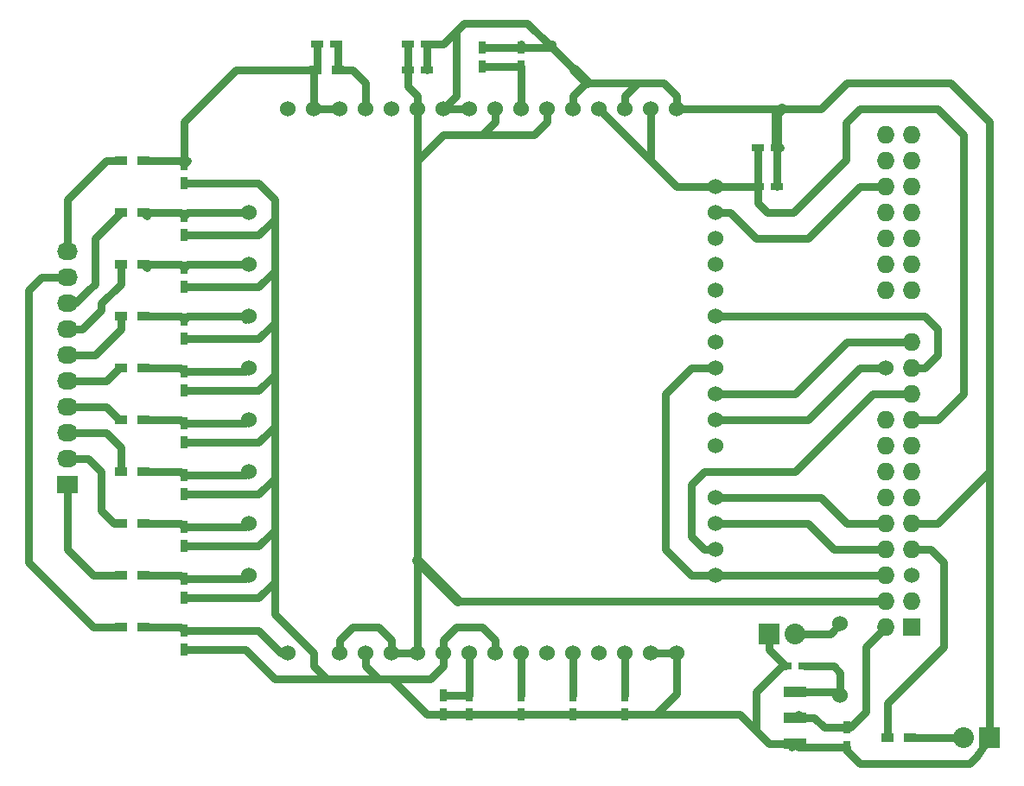
<source format=gbr>
G04 #@! TF.FileFunction,Copper,L1,Top,Signal*
%FSLAX46Y46*%
G04 Gerber Fmt 4.6, Leading zero omitted, Abs format (unit mm)*
G04 Created by KiCad (PCBNEW 4.0.1-stable) date Sun 10 Jan 2016 07:27:55 PM CET*
%MOMM*%
G01*
G04 APERTURE LIST*
%ADD10C,0.100000*%
%ADD11R,1.200000X0.900000*%
%ADD12C,1.524000*%
%ADD13R,1.727200X1.727200*%
%ADD14O,1.727200X1.727200*%
%ADD15R,0.750000X1.200000*%
%ADD16R,1.200000X0.750000*%
%ADD17R,2.032000X1.727200*%
%ADD18O,2.032000X1.727200*%
%ADD19R,2.032000X2.032000*%
%ADD20O,2.032000X2.032000*%
%ADD21R,2.160000X1.070000*%
%ADD22C,0.600000*%
%ADD23C,0.800000*%
%ADD24C,1.000000*%
G04 APERTURE END LIST*
D10*
D11*
X179410000Y-116205000D03*
X181610000Y-116205000D03*
D12*
X116840000Y-64770000D03*
X116840000Y-69850000D03*
X116840000Y-74930000D03*
X116840000Y-80010000D03*
X116840000Y-85090000D03*
X116840000Y-90170000D03*
X116840000Y-95250000D03*
X116840000Y-100330000D03*
X162560000Y-62230000D03*
X162560000Y-64770000D03*
X162560000Y-67310000D03*
X162560000Y-74930000D03*
X162560000Y-77470000D03*
X162560000Y-80010000D03*
X162560000Y-82550000D03*
X162560000Y-85090000D03*
X162560000Y-92710000D03*
X162560000Y-95250000D03*
X162560000Y-97790000D03*
X162560000Y-100330000D03*
X120650000Y-54610000D03*
X123190000Y-54610000D03*
X125730000Y-54610000D03*
X128270000Y-54610000D03*
X130810000Y-54610000D03*
X133350000Y-54610000D03*
X135890000Y-54610000D03*
X138430000Y-54610000D03*
X140970000Y-54610000D03*
X143510000Y-54610000D03*
X146050000Y-54610000D03*
X148590000Y-54610000D03*
X151130000Y-54610000D03*
X153670000Y-54610000D03*
X156210000Y-54610000D03*
X158750000Y-54610000D03*
X120650000Y-107950000D03*
X125730000Y-107950000D03*
X128270000Y-107950000D03*
X130810000Y-107950000D03*
X133350000Y-107950000D03*
X135890000Y-107950000D03*
X138430000Y-107950000D03*
X140970000Y-107950000D03*
X143510000Y-107950000D03*
X146050000Y-107950000D03*
X148590000Y-107950000D03*
X151130000Y-107950000D03*
X153670000Y-107950000D03*
X156210000Y-107950000D03*
X158750000Y-107950000D03*
X162560000Y-87630000D03*
X162560000Y-72390000D03*
X162560000Y-69850000D03*
D13*
X181780000Y-105410000D03*
D14*
X179240000Y-105410000D03*
X181780000Y-102870000D03*
X179240000Y-102870000D03*
X179240000Y-100330000D03*
X181780000Y-97790000D03*
X179240000Y-97790000D03*
X181780000Y-95250000D03*
X179240000Y-95250000D03*
X181780000Y-92710000D03*
X179240000Y-92710000D03*
X181780000Y-90170000D03*
X179240000Y-90170000D03*
X181780000Y-87630000D03*
X179240000Y-87630000D03*
X181780000Y-85090000D03*
X179240000Y-85090000D03*
X181780000Y-82550000D03*
X181780000Y-80010000D03*
X181780000Y-77470000D03*
X181780000Y-72390000D03*
X179240000Y-72390000D03*
X181780000Y-69850000D03*
X179240000Y-69850000D03*
X181780000Y-67310000D03*
X179240000Y-67310000D03*
X181780000Y-64770000D03*
X179240000Y-64770000D03*
X181780000Y-62230000D03*
X179240000Y-62230000D03*
X181780000Y-59690000D03*
X179240000Y-59690000D03*
X181780000Y-57150000D03*
X179240000Y-57150000D03*
D12*
X181780000Y-100330000D03*
X179240000Y-80010000D03*
D15*
X110490000Y-60010000D03*
X110490000Y-61910000D03*
X110490000Y-65090000D03*
X110490000Y-66990000D03*
X110490000Y-70170000D03*
X110490000Y-72070000D03*
X110490000Y-75250000D03*
X110490000Y-77150000D03*
X110490000Y-80330000D03*
X110490000Y-82230000D03*
X110490000Y-85410000D03*
X110490000Y-87310000D03*
X110490000Y-90490000D03*
X110490000Y-92390000D03*
X110490000Y-95570000D03*
X110490000Y-97470000D03*
X110490000Y-100650000D03*
X110490000Y-102550000D03*
X110490000Y-105730000D03*
X110490000Y-107630000D03*
X138430000Y-112080000D03*
X138430000Y-113980000D03*
X135890000Y-112080000D03*
X135890000Y-113980000D03*
X143510000Y-112080000D03*
X143510000Y-113980000D03*
X148590000Y-112080000D03*
X148590000Y-113980000D03*
X153670000Y-112080000D03*
X153670000Y-113980000D03*
D16*
X123510000Y-48260000D03*
X125410000Y-48260000D03*
D15*
X143510000Y-48580000D03*
X143510000Y-50480000D03*
X139700000Y-48580000D03*
X139700000Y-50480000D03*
D16*
X132400000Y-48260000D03*
X134300000Y-48260000D03*
X132400000Y-50800000D03*
X134300000Y-50800000D03*
X166690000Y-58420000D03*
X168590000Y-58420000D03*
X166690000Y-62230000D03*
X168590000Y-62230000D03*
D17*
X99060000Y-91440000D03*
D18*
X99060000Y-88900000D03*
X99060000Y-86360000D03*
X99060000Y-83820000D03*
X99060000Y-81280000D03*
X99060000Y-78740000D03*
X99060000Y-76200000D03*
X99060000Y-73660000D03*
X99060000Y-71120000D03*
X99060000Y-68580000D03*
D11*
X106510000Y-59690000D03*
X104310000Y-59690000D03*
X106510000Y-64770000D03*
X104310000Y-64770000D03*
X106510000Y-69850000D03*
X104310000Y-69850000D03*
X106510000Y-74930000D03*
X104310000Y-74930000D03*
X106510000Y-80010000D03*
X104310000Y-80010000D03*
X106510000Y-85090000D03*
X104310000Y-85090000D03*
X106510000Y-90170000D03*
X104310000Y-90170000D03*
X106510000Y-95250000D03*
X104310000Y-95250000D03*
X106510000Y-100330000D03*
X104310000Y-100330000D03*
X106510000Y-105410000D03*
X104310000Y-105410000D03*
X123360000Y-50800000D03*
X125560000Y-50800000D03*
D19*
X167810000Y-106045000D03*
D20*
X170350000Y-106045000D03*
D19*
X189400000Y-116205000D03*
D20*
X186860000Y-116205000D03*
D16*
X171300000Y-109220000D03*
X169400000Y-109220000D03*
D15*
X175430000Y-115255000D03*
X175430000Y-117155000D03*
D21*
X170350000Y-111760000D03*
X170350000Y-114300000D03*
X170350000Y-116840000D03*
D12*
X174795000Y-112085000D03*
X174795000Y-105085000D03*
D22*
X158750000Y-107950000D03*
X162560000Y-100330000D03*
D23*
X110490000Y-60010000D02*
X110490000Y-55880000D01*
X115570000Y-50800000D02*
X123360000Y-50800000D01*
X110490000Y-55880000D02*
X115570000Y-50800000D01*
X106510000Y-59690000D02*
X110170000Y-59690000D01*
X110170000Y-59690000D02*
X110490000Y-60010000D01*
X123190000Y-54610000D02*
X125730000Y-54610000D01*
X123510000Y-48260000D02*
X123510000Y-50650000D01*
X123510000Y-50650000D02*
X123360000Y-50800000D01*
X123190000Y-54610000D02*
X123190000Y-50970000D01*
X123190000Y-50970000D02*
X123360000Y-50800000D01*
X110810000Y-59690000D02*
X110490000Y-60010000D01*
X123360000Y-54440000D02*
X123190000Y-54610000D01*
X123360000Y-54440000D02*
X123190000Y-54610000D01*
X106510000Y-64770000D02*
X110170000Y-64770000D01*
X110170000Y-64770000D02*
X110490000Y-65090000D01*
X106830000Y-65090000D02*
X106510000Y-64770000D01*
X116840000Y-64770000D02*
X110810000Y-64770000D01*
X110810000Y-64770000D02*
X110490000Y-65090000D01*
X106510000Y-64770000D02*
X106680000Y-64770000D01*
X106510000Y-69850000D02*
X110170000Y-69850000D01*
X110170000Y-69850000D02*
X110490000Y-70170000D01*
X106830000Y-70170000D02*
X106510000Y-69850000D01*
X116840000Y-69850000D02*
X110810000Y-69850000D01*
X110810000Y-69850000D02*
X110490000Y-70170000D01*
X106510000Y-69850000D02*
X106680000Y-69850000D01*
X106510000Y-74930000D02*
X110170000Y-74930000D01*
X110170000Y-74930000D02*
X110490000Y-75250000D01*
X116840000Y-74930000D02*
X110810000Y-74930000D01*
X110810000Y-74930000D02*
X110490000Y-75250000D01*
X116520000Y-75250000D02*
X116840000Y-74930000D01*
X106510000Y-74930000D02*
X106680000Y-74930000D01*
X110490000Y-80330000D02*
X116520000Y-80330000D01*
X116520000Y-80330000D02*
X116840000Y-80010000D01*
X106510000Y-80010000D02*
X110170000Y-80010000D01*
X110170000Y-80010000D02*
X110490000Y-80330000D01*
X110490000Y-85410000D02*
X116520000Y-85410000D01*
X116520000Y-85410000D02*
X116840000Y-85090000D01*
X106510000Y-85090000D02*
X110170000Y-85090000D01*
X110170000Y-85090000D02*
X110490000Y-85410000D01*
X110490000Y-90490000D02*
X116520000Y-90490000D01*
X116520000Y-90490000D02*
X116840000Y-90170000D01*
X106510000Y-90170000D02*
X110170000Y-90170000D01*
X110170000Y-90170000D02*
X110490000Y-90490000D01*
X106510000Y-90170000D02*
X106680000Y-90170000D01*
X110490000Y-95570000D02*
X116520000Y-95570000D01*
X116520000Y-95570000D02*
X116840000Y-95250000D01*
X106510000Y-95250000D02*
X110170000Y-95250000D01*
X110170000Y-95250000D02*
X110490000Y-95570000D01*
X106510000Y-95250000D02*
X106680000Y-95250000D01*
X110490000Y-100650000D02*
X116520000Y-100650000D01*
X116520000Y-100650000D02*
X116840000Y-100330000D01*
X106510000Y-100330000D02*
X110170000Y-100330000D01*
X110170000Y-100330000D02*
X110490000Y-100650000D01*
X106510000Y-100330000D02*
X106680000Y-100330000D01*
X110490000Y-105730000D02*
X117790000Y-105730000D01*
X117790000Y-105730000D02*
X120010000Y-107950000D01*
X120010000Y-107950000D02*
X120650000Y-107950000D01*
X106510000Y-105410000D02*
X110170000Y-105410000D01*
X110170000Y-105410000D02*
X110490000Y-105730000D01*
X106510000Y-105410000D02*
X106680000Y-105410000D01*
X153670000Y-112080000D02*
X153670000Y-107950000D01*
D24*
X137330000Y-102870000D02*
X133350000Y-98890000D01*
D23*
X179240000Y-102870000D02*
X175430000Y-102870000D01*
X140970000Y-54610000D02*
X140970000Y-55880000D01*
X140970000Y-55880000D02*
X139700000Y-57150000D01*
X135890000Y-57150000D02*
X133350000Y-59690000D01*
X132400000Y-48260000D02*
X132400000Y-50800000D01*
X130810000Y-107950000D02*
X130810000Y-106680000D01*
X125730000Y-106680000D02*
X125730000Y-107950000D01*
X127000000Y-105410000D02*
X125730000Y-106680000D01*
X129540000Y-105410000D02*
X127000000Y-105410000D01*
X130810000Y-106680000D02*
X129540000Y-105410000D01*
X130810000Y-107950000D02*
X133350000Y-107950000D01*
X133350000Y-54610000D02*
X133350000Y-59690000D01*
X133350000Y-59690000D02*
X133350000Y-73660000D01*
X133350000Y-97790000D02*
X133350000Y-98890000D01*
X133350000Y-73660000D02*
X133350000Y-97790000D01*
X133350000Y-98890000D02*
X133350000Y-100330000D01*
X133350000Y-100330000D02*
X133350000Y-101430000D01*
X133350000Y-101430000D02*
X133350000Y-107950000D01*
X140970000Y-57150000D02*
X139700000Y-57150000D01*
X139700000Y-57150000D02*
X135890000Y-57150000D01*
X146050000Y-54610000D02*
X146050000Y-55880000D01*
X144780000Y-57150000D02*
X140970000Y-57150000D01*
X146050000Y-55880000D02*
X144780000Y-57150000D01*
X133350000Y-54610000D02*
X133350000Y-53340000D01*
X133350000Y-53340000D02*
X132400000Y-52390000D01*
X132400000Y-52390000D02*
X132400000Y-50800000D01*
X142410000Y-102870000D02*
X137330000Y-102870000D01*
X175430000Y-102870000D02*
X142410000Y-102870000D01*
X185590000Y-55880000D02*
X186860000Y-57150000D01*
X186860000Y-82550000D02*
X185590000Y-83820000D01*
X186860000Y-57150000D02*
X186860000Y-82550000D01*
X184320000Y-54610000D02*
X185590000Y-55880000D01*
X183050000Y-54610000D02*
X184320000Y-54610000D01*
X175345000Y-57235000D02*
X175345000Y-55965000D01*
X176700000Y-54610000D02*
X177970000Y-54610000D01*
X175345000Y-55965000D02*
X176700000Y-54610000D01*
X177970000Y-54610000D02*
X183050000Y-54610000D01*
X181780000Y-85090000D02*
X184320000Y-85090000D01*
X184320000Y-85090000D02*
X185590000Y-83820000D01*
X175345000Y-58505000D02*
X175345000Y-57235000D01*
X175345000Y-59605000D02*
X170180000Y-64770000D01*
X170180000Y-64770000D02*
X167640000Y-64770000D01*
X167640000Y-64770000D02*
X166690000Y-63820000D01*
X166690000Y-63820000D02*
X166690000Y-62230000D01*
X175345000Y-59605000D02*
X175345000Y-58505000D01*
X156210000Y-59690000D02*
X151130000Y-54610000D01*
X156210000Y-54610000D02*
X156210000Y-57150000D01*
X156210000Y-57150000D02*
X156210000Y-59690000D01*
X158750000Y-62230000D02*
X162560000Y-62230000D01*
X156210000Y-59690000D02*
X158750000Y-62230000D01*
X166690000Y-62230000D02*
X166690000Y-58420000D01*
X162560000Y-62230000D02*
X166690000Y-62230000D01*
X104310000Y-100330000D02*
X101600000Y-100330000D01*
X99060000Y-97790000D02*
X99060000Y-91440000D01*
X101600000Y-100330000D02*
X99060000Y-97790000D01*
X104140000Y-100330000D02*
X104310000Y-100330000D01*
X104310000Y-95250000D02*
X103675000Y-95250000D01*
X101135000Y-88900000D02*
X99060000Y-88900000D01*
X102405000Y-90170000D02*
X101135000Y-88900000D01*
X102405000Y-93980000D02*
X102405000Y-90170000D01*
X103675000Y-95250000D02*
X102405000Y-93980000D01*
X104310000Y-90170000D02*
X104310000Y-87800000D01*
X102870000Y-86360000D02*
X99060000Y-86360000D01*
X104310000Y-87800000D02*
X102870000Y-86360000D01*
X104310000Y-85090000D02*
X104140000Y-85090000D01*
X104140000Y-85090000D02*
X102870000Y-83820000D01*
X102870000Y-83820000D02*
X99060000Y-83820000D01*
X104310000Y-80010000D02*
X104140000Y-80010000D01*
X104140000Y-80010000D02*
X102870000Y-81280000D01*
X102870000Y-81280000D02*
X99060000Y-81280000D01*
X99060000Y-78740000D02*
X101770000Y-78740000D01*
X104310000Y-76200000D02*
X104310000Y-74930000D01*
X101770000Y-78740000D02*
X104310000Y-76200000D01*
X102405000Y-73660000D02*
X102405000Y-74295000D01*
X102405000Y-74295000D02*
X100500000Y-76200000D01*
X102405000Y-73660000D02*
X104310000Y-71755000D01*
X104310000Y-71755000D02*
X104310000Y-71120000D01*
X99060000Y-76200000D02*
X100500000Y-76200000D01*
X99060000Y-76200000D02*
X99230000Y-76200000D01*
X104310000Y-71120000D02*
X104310000Y-69850000D01*
X104310000Y-64770000D02*
X102405000Y-66675000D01*
X101135000Y-72390000D02*
X99865000Y-73660000D01*
X101770000Y-71755000D02*
X101770000Y-67310000D01*
X101770000Y-67310000D02*
X102405000Y-66675000D01*
X101135000Y-72390000D02*
X101770000Y-71755000D01*
X99060000Y-73660000D02*
X99865000Y-73660000D01*
X104140000Y-64770000D02*
X104310000Y-64770000D01*
X104310000Y-105410000D02*
X101600000Y-105410000D01*
X96520000Y-71120000D02*
X99060000Y-71120000D01*
X95250000Y-72390000D02*
X96520000Y-71120000D01*
X95250000Y-99060000D02*
X95250000Y-72390000D01*
X101600000Y-105410000D02*
X95250000Y-99060000D01*
X99060000Y-71120000D02*
X99060000Y-71120000D01*
X99060000Y-68580000D02*
X99060000Y-63500000D01*
X102870000Y-59690000D02*
X104310000Y-59690000D01*
X99060000Y-63500000D02*
X102870000Y-59690000D01*
X162560000Y-85090000D02*
X171620000Y-85090000D01*
X176700000Y-80010000D02*
X179240000Y-80010000D01*
X171620000Y-85090000D02*
X176700000Y-80010000D01*
X164000000Y-64770000D02*
X166540000Y-67310000D01*
X166540000Y-67310000D02*
X167810000Y-67310000D01*
X162560000Y-64770000D02*
X164000000Y-64770000D01*
X176700000Y-62230000D02*
X179240000Y-62230000D01*
X167810000Y-67310000D02*
X171620000Y-67310000D01*
X171620000Y-67310000D02*
X176700000Y-62230000D01*
X179240000Y-97790000D02*
X174160000Y-97790000D01*
X171620000Y-95250000D02*
X162560000Y-95250000D01*
X174160000Y-97790000D02*
X171620000Y-95250000D01*
X162560000Y-97790000D02*
X161460000Y-97790000D01*
X177970000Y-82550000D02*
X181780000Y-82550000D01*
X170350000Y-90170000D02*
X177970000Y-82550000D01*
X161460000Y-90170000D02*
X170350000Y-90170000D01*
X160190000Y-91440000D02*
X161460000Y-90170000D01*
X160190000Y-96520000D02*
X160190000Y-91440000D01*
X161460000Y-97790000D02*
X160190000Y-96520000D01*
X162560000Y-74930000D02*
X183050000Y-74930000D01*
X183050000Y-80010000D02*
X181780000Y-80010000D01*
X184320000Y-78740000D02*
X183050000Y-80010000D01*
X184320000Y-76200000D02*
X184320000Y-78740000D01*
X183050000Y-74930000D02*
X184320000Y-76200000D01*
X162560000Y-82550000D02*
X170350000Y-82550000D01*
X175430000Y-77470000D02*
X181780000Y-77470000D01*
X170350000Y-82550000D02*
X175430000Y-77470000D01*
X179240000Y-95250000D02*
X175430000Y-95250000D01*
X172890000Y-92710000D02*
X162560000Y-92710000D01*
X175430000Y-95250000D02*
X172890000Y-92710000D01*
X138430000Y-112080000D02*
X138430000Y-107950000D01*
X135890000Y-112080000D02*
X138430000Y-112080000D01*
X143510000Y-112080000D02*
X143510000Y-107950000D01*
X148590000Y-112080000D02*
X148590000Y-107950000D01*
X125560000Y-50800000D02*
X125560000Y-48410000D01*
X125560000Y-48410000D02*
X125410000Y-48260000D01*
X125560000Y-50800000D02*
X127000000Y-50800000D01*
X128270000Y-52070000D02*
X128270000Y-54610000D01*
X127000000Y-50800000D02*
X128270000Y-52070000D01*
X143510000Y-50480000D02*
X143510000Y-54610000D01*
X143510000Y-50480000D02*
X139700000Y-50480000D01*
X143190000Y-54290000D02*
X143510000Y-54610000D01*
X179410000Y-116205000D02*
X179410000Y-112860000D01*
X183685000Y-97790000D02*
X181780000Y-97790000D01*
X184955000Y-99060000D02*
X183685000Y-97790000D01*
X184955000Y-107315000D02*
X184955000Y-99060000D01*
X179410000Y-112860000D02*
X184955000Y-107315000D01*
X181610000Y-116205000D02*
X186860000Y-116205000D01*
X170350000Y-111760000D02*
X174470000Y-111760000D01*
X174470000Y-111760000D02*
X174795000Y-112085000D01*
X174795000Y-112085000D02*
X174795000Y-109855000D01*
X174160000Y-109220000D02*
X171300000Y-109220000D01*
X174795000Y-109855000D02*
X174160000Y-109220000D01*
X170352500Y-111757500D02*
X170350000Y-111760000D01*
X169715000Y-111760000D02*
X170350000Y-111760000D01*
X188130000Y-91440000D02*
X189400000Y-90170000D01*
X189400000Y-116205000D02*
X189400000Y-90170000D01*
X189400000Y-90170000D02*
X189400000Y-89535000D01*
X189400000Y-55880000D02*
X188130000Y-54610000D01*
X189400000Y-89535000D02*
X189400000Y-55880000D01*
X175430000Y-117155000D02*
X175430000Y-117475000D01*
X175430000Y-117475000D02*
X176700000Y-118745000D01*
X188130000Y-118110000D02*
X189400000Y-116205000D01*
X187495000Y-118745000D02*
X188130000Y-118110000D01*
X176700000Y-118745000D02*
X187495000Y-118745000D01*
X175430000Y-117155000D02*
X170665000Y-117155000D01*
X170665000Y-117155000D02*
X170350000Y-116840000D01*
X137965000Y-46185000D02*
X144145000Y-46185000D01*
X143510000Y-48580000D02*
X146540000Y-48580000D01*
X146540000Y-48260000D02*
X146220000Y-48260000D01*
X146220000Y-48260000D02*
X144145000Y-46185000D01*
X146540000Y-48580000D02*
X146540000Y-48260000D01*
X137160000Y-46990000D02*
X137965000Y-46185000D01*
D24*
X150030000Y-52070000D02*
X148760000Y-50800000D01*
D23*
X148760000Y-50800000D02*
X146540000Y-48580000D01*
X167810000Y-106045000D02*
X167810000Y-107630000D01*
X167810000Y-107630000D02*
X169400000Y-109220000D01*
X169400000Y-109220000D02*
X169080000Y-109220000D01*
X169080000Y-109220000D02*
X166540000Y-111760000D01*
X166540000Y-111760000D02*
X166540000Y-115570000D01*
X156695000Y-113980000D02*
X164950000Y-113980000D01*
X167810000Y-116840000D02*
X170350000Y-116840000D01*
X164950000Y-113980000D02*
X166540000Y-115570000D01*
X166540000Y-115570000D02*
X167810000Y-116840000D01*
X153670000Y-113980000D02*
X156695000Y-113980000D01*
X158750000Y-111930000D02*
X158750000Y-107950000D01*
X158285000Y-112395000D02*
X158750000Y-111930000D01*
X158280000Y-112395000D02*
X158285000Y-112395000D01*
X156695000Y-113980000D02*
X158280000Y-112395000D01*
X181780000Y-95250000D02*
X184320000Y-95250000D01*
X184320000Y-95250000D02*
X187812500Y-91757500D01*
X187812500Y-91757500D02*
X188130000Y-91440000D01*
X172890000Y-54610000D02*
X175430000Y-52070000D01*
X188130000Y-54610000D02*
X185590000Y-52070000D01*
X184320000Y-52070000D02*
X185590000Y-52070000D01*
X169080000Y-54610000D02*
X172890000Y-54610000D01*
X176700000Y-52070000D02*
X184320000Y-52070000D01*
X175430000Y-52070000D02*
X176700000Y-52070000D01*
X162560000Y-100330000D02*
X179240000Y-100330000D01*
D24*
X158920000Y-108120000D02*
X158750000Y-107950000D01*
D23*
X154940000Y-52070000D02*
X150030000Y-52070000D01*
D24*
X150030000Y-52070000D02*
X149860000Y-52070000D01*
D23*
X158750000Y-54610000D02*
X169080000Y-54610000D01*
D24*
X168590000Y-58420000D02*
X168590000Y-55100000D01*
X168590000Y-55100000D02*
X169080000Y-54610000D01*
D23*
X162560000Y-80010000D02*
X160190000Y-80010000D01*
X160190000Y-80010000D02*
X157650000Y-82550000D01*
X157650000Y-82550000D02*
X157650000Y-97790000D01*
X157650000Y-97790000D02*
X160190000Y-100330000D01*
X160190000Y-100330000D02*
X162560000Y-100330000D01*
X170032500Y-117157500D02*
X170350000Y-116840000D01*
X156210000Y-107950000D02*
X158750000Y-107950000D01*
X134300000Y-48260000D02*
X135890000Y-48260000D01*
X135890000Y-48260000D02*
X137160000Y-46990000D01*
X110490000Y-66990000D02*
X117790000Y-66990000D01*
X117790000Y-66990000D02*
X119380000Y-65400000D01*
X110490000Y-72070000D02*
X117790000Y-72070000D01*
X117790000Y-72070000D02*
X119380000Y-70480000D01*
X110490000Y-61910000D02*
X117790000Y-61910000D01*
X119380000Y-63500000D02*
X119380000Y-65400000D01*
X119380000Y-65400000D02*
X119380000Y-66990000D01*
X117790000Y-61910000D02*
X119380000Y-63500000D01*
X110490000Y-107630000D02*
X116520000Y-107630000D01*
X119380000Y-110490000D02*
X124460000Y-110490000D01*
X116520000Y-107630000D02*
X119380000Y-110490000D01*
X110490000Y-102550000D02*
X117790000Y-102550000D01*
X117790000Y-102550000D02*
X119380000Y-100960000D01*
X110490000Y-97470000D02*
X117790000Y-97470000D01*
X117790000Y-97470000D02*
X119380000Y-95880000D01*
X110490000Y-92390000D02*
X117790000Y-92390000D01*
X119380000Y-90800000D02*
X119380000Y-90170000D01*
X117790000Y-92390000D02*
X119380000Y-90800000D01*
X110490000Y-87310000D02*
X117790000Y-87310000D01*
X117790000Y-87310000D02*
X119380000Y-85720000D01*
X110490000Y-82230000D02*
X117790000Y-82230000D01*
X117790000Y-82230000D02*
X119380000Y-80640000D01*
X110490000Y-77150000D02*
X117790000Y-77150000D01*
X117790000Y-77150000D02*
X119380000Y-75560000D01*
X148590000Y-54610000D02*
X148590000Y-53340000D01*
X148590000Y-53340000D02*
X149860000Y-52070000D01*
X124460000Y-110490000D02*
X129540000Y-110490000D01*
X128270000Y-107950000D02*
X128270000Y-109220000D01*
X128270000Y-109220000D02*
X129540000Y-110490000D01*
X123190000Y-109220000D02*
X124460000Y-110490000D01*
X135890000Y-54610000D02*
X137160000Y-53340000D01*
X137160000Y-48260000D02*
X137160000Y-46990000D01*
X137160000Y-50800000D02*
X137160000Y-48260000D01*
X137160000Y-53340000D02*
X137160000Y-50800000D01*
X143510000Y-48580000D02*
X143510000Y-48260000D01*
X138430000Y-54610000D02*
X135890000Y-54610000D01*
X134300000Y-50800000D02*
X134300000Y-48260000D01*
X119380000Y-101600000D02*
X119380000Y-104140000D01*
X123190000Y-107950000D02*
X123190000Y-109220000D01*
X119380000Y-104140000D02*
X123190000Y-107950000D01*
X119380000Y-101600000D02*
X119380000Y-100960000D01*
X119380000Y-100960000D02*
X119380000Y-96520000D01*
X119380000Y-96520000D02*
X119380000Y-95880000D01*
X119380000Y-95880000D02*
X119380000Y-91440000D01*
X119380000Y-91440000D02*
X119380000Y-90170000D01*
X119380000Y-90170000D02*
X119380000Y-86360000D01*
X119380000Y-86360000D02*
X119380000Y-85720000D01*
X119380000Y-85720000D02*
X119380000Y-81280000D01*
X119380000Y-81280000D02*
X119380000Y-80640000D01*
X119380000Y-80640000D02*
X119380000Y-76200000D01*
X119380000Y-76200000D02*
X119380000Y-75560000D01*
X119380000Y-75560000D02*
X119380000Y-72070000D01*
X119380000Y-72070000D02*
X119380000Y-71120000D01*
X119380000Y-71120000D02*
X119380000Y-70480000D01*
X119380000Y-70480000D02*
X119380000Y-66990000D01*
X135890000Y-113980000D02*
X134300000Y-113980000D01*
X130810000Y-110490000D02*
X129540000Y-110490000D01*
X134300000Y-113980000D02*
X130810000Y-110490000D01*
X140970000Y-107950000D02*
X140970000Y-106680000D01*
X135890000Y-106680000D02*
X135890000Y-107950000D01*
X137160000Y-105410000D02*
X135890000Y-106680000D01*
X139700000Y-105410000D02*
X137160000Y-105410000D01*
X140970000Y-106680000D02*
X139700000Y-105410000D01*
X135890000Y-107950000D02*
X135890000Y-109220000D01*
X135890000Y-109220000D02*
X134620000Y-110490000D01*
X134620000Y-110490000D02*
X129540000Y-110490000D01*
X138430000Y-113980000D02*
X135890000Y-113980000D01*
X138430000Y-113980000D02*
X141920000Y-113980000D01*
X143510000Y-113980000D02*
X141920000Y-113980000D01*
X148590000Y-113980000D02*
X143510000Y-113980000D01*
X153670000Y-113980000D02*
X148590000Y-113980000D01*
X139700000Y-48580000D02*
X143510000Y-48580000D01*
X158750000Y-54610000D02*
X158750000Y-53340000D01*
X153670000Y-53340000D02*
X153670000Y-54610000D01*
X154940000Y-52070000D02*
X153670000Y-53340000D01*
X157480000Y-52070000D02*
X154940000Y-52070000D01*
X158750000Y-53340000D02*
X157480000Y-52070000D01*
X168590000Y-58420000D02*
X168910000Y-58420000D01*
X168590000Y-58420000D02*
X168590000Y-62230000D01*
X170032500Y-117157500D02*
X170350000Y-116840000D01*
X175430000Y-115255000D02*
X175745000Y-115255000D01*
X175745000Y-115255000D02*
X177335000Y-113665000D01*
X177335000Y-107315000D02*
X179240000Y-105410000D01*
X177335000Y-113665000D02*
X177335000Y-107315000D01*
X175430000Y-115255000D02*
X175430000Y-114935000D01*
X170350000Y-114300000D02*
X172255000Y-114300000D01*
X173210000Y-115255000D02*
X175430000Y-115255000D01*
X172255000Y-114300000D02*
X173210000Y-115255000D01*
X170665000Y-113985000D02*
X170350000Y-114300000D01*
X170350000Y-106045000D02*
X173835000Y-106045000D01*
X173835000Y-106045000D02*
X174795000Y-105085000D01*
M02*

</source>
